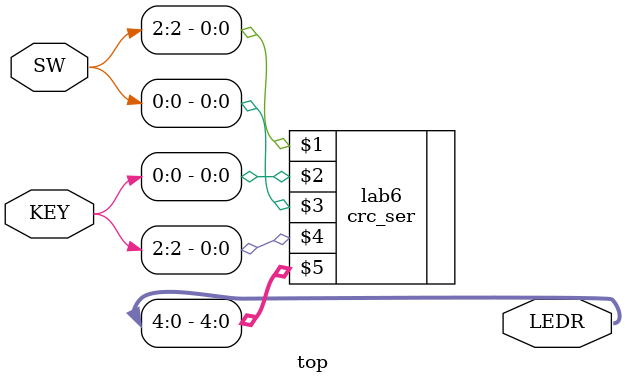
<source format=v>

module top (SW, KEY, LEDR);

    input wire [9:0] SW;        // DE-series switches
    input wire [3:0] KEY;       // DE-series pushbuttons

    output wire [9:0] LEDR;     // DE-series LEDs   

    crc_ser lab6 (SW[2], KEY[0], SW[0], KEY[2], LEDR[4:0]);
 
endmodule


</source>
